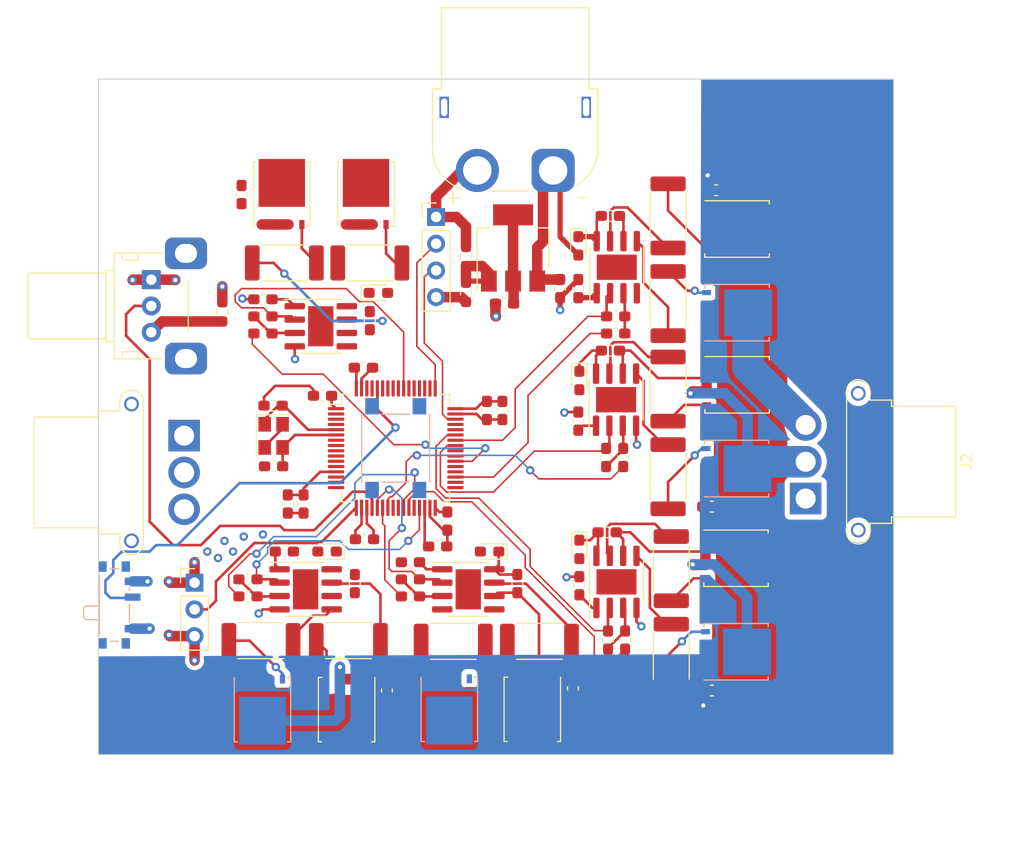
<source format=kicad_pcb>
(kicad_pcb (version 20221018) (generator pcbnew)
  (layers (0 "F.Cu" signal) (1 "In1.Cu" power) (2 "In2.Cu" power) (31 "B.Cu" signal) (34 "B.Paste" user) (35 "F.Paste" user) (36 "B.SilkS" user "B.Silkscreen") (37 "F.SilkS" user "F.Silkscreen") (38 "B.Mask" user) (39 "F.Mask" user) (44 "Edge.Cuts" user))
  (net 0 "")
  (net 1 "+3.3V")
  (net 2 "HSE_IN")
  (net 3 "GND")
  (net 4 "HSE_OUT")
  (net 5 "VCC")
  (net 6 "Net-(D1-K)")
  (net 7 "Net-(J2-Pin_1)")
  (net 8 "Net-(D2-K)")
  (net 9 "Net-(J2-Pin_2)")
  (net 10 "Net-(D3-K)")
  (net 11 "Net-(J2-Pin_3)")
  (net 12 "Net-(D4-K)")
  (net 13 "Net-(J3-Pin_1)")
  (net 14 "Net-(D5-K)")
  (net 15 "Net-(J3-Pin_2)")
  (net 16 "Net-(D6-K)")
  (net 17 "Net-(J3-Pin_3)")
  (net 18 "Net-(U1-VCAP1)")
  (net 19 "SWCLK")
  (net 20 "SWDIO")
  (net 21 "TIM9_CH2_input")
  (net 22 "Net-(JP1-A)")
  (net 23 "TIM1_CH1")
  (net 24 "Net-(JP2-A)")
  (net 25 "TIM1_CH2")
  (net 26 "Net-(JP3-A)")
  (net 27 "TIM1_CH3")
  (net 28 "TIM1_CH2N")
  (net 29 "TIM1_CH3N")
  (net 30 "TIM1_CH1N")
  (net 31 "Net-(JP7-A)")
  (net 32 "TIM2_CH1")
  (net 33 "TIM3_CH1")
  (net 34 "Net-(JP10-B)")
  (net 35 "TIM2_CH2")
  (net 36 "TIM3_CH2")
  (net 37 "Net-(JP11-A)")
  (net 38 "TIM2_CH3")
  (net 39 "TIM3_CH3")
  (net 40 "Net-(Q1-G)")
  (net 41 "Net-(Q2-G)")
  (net 42 "Net-(Q3-G)")
  (net 43 "Net-(Q4-G)")
  (net 44 "Net-(Q5-G)")
  (net 45 "Net-(Q6-G)")
  (net 46 "Net-(Q7-G)")
  (net 47 "Net-(Q8-G)")
  (net 48 "Net-(Q9-G)")
  (net 49 "Net-(Q10-G)")
  (net 50 "Net-(Q11-G)")
  (net 51 "Net-(Q12-G)")
  (net 52 "Net-(U5-LO)")
  (net 53 "Net-(U5-HO)")
  (net 54 "Net-(U2-ADJ)")
  (net 55 "Net-(U6-HO)")
  (net 56 "Net-(U6-LO)")
  (net 57 "Net-(U7-HO)")
  (net 58 "Net-(U7-LO)")
  (net 59 "Net-(R9-Pad2)")
  (net 60 "Net-(U8-HO)")
  (net 61 "Net-(U8-LO)")
  (net 62 "Net-(U9-HO)")
  (net 63 "Net-(U9-LO)")
  (net 64 "Net-(U10-HO)")
  (net 65 "Net-(U10-LO)")
  (net 66 "/ADC1_IN4")
  (net 67 "Net-(SW1-B)")
  (net 68 "Net-(SW2-B)")
  (footprint "Capacitor_SMD:C_0603_1608Metric_Pad1.08x0.95mm_HandSolder" (layer "F.Cu") (at 203.8096 89.2048 180)
    (fp_text reference "C16" hide)
    (fp_text value "22u")
  )
  (footprint "Resistor_SMD:R_2512_6332Metric_Pad1.40x3.35mm_HandSolder" (layer "F.Cu") (at 180.6606 121.2444 180)
    (fp_text reference "R15" hide)
    (fp_text value "200")
  )
  (footprint "Capacitor_SMD:C_0603_1608Metric_Pad1.08x0.95mm_HandSolder" (layer "F.Cu") (at 210.8228 100.3808 -90)
    (fp_text reference "C13" hide)
    (fp_text value "100n 50V")
  )
  (footprint "Capacitor_SMD:C_0603_1608Metric_Pad1.08x0.95mm_HandSolder" (layer "F.Cu") (at 213.8708 93.6752)
    (fp_text reference "C14" hide)
    (fp_text value "2u7 50V ")
  )
  (footprint "Diode_SMD:D_0603_1608Metric_Pad1.05x0.95mm_HandSolder" (layer "F.Cu") (at 191.8208 88.1888)
    (fp_text reference "D5" hide)
    (fp_text value "D")
  )
  (footprint "Crystal:Crystal_SMD_3225-4Pin_3.2x2.5mm" (layer "F.Cu") (at 181.864 101.7778 -90)
    (fp_text reference "Y1" hide)
    (fp_text value "16Mhz?")
  )
  (footprint "Capacitor_SMD:C_0603_1608Metric_Pad1.08x0.95mm_HandSolder" (layer "F.Cu") (at 194.8688 113.792)
    (fp_text reference "C24" hide)
    (fp_text value "100n 50V")
  )
  (footprint "Capacitor_SMD:C_0603_1608Metric_Pad1.08x0.95mm_HandSolder" (layer "F.Cu") (at 190.5 111.6076 180)
    (fp_text reference "C10" hide)
    (fp_text value "100n")
  )
  (footprint "Capacitor_SMD:C_0603_1608Metric_Pad1.08x0.95mm_HandSolder" (layer "F.Cu") (at 197.4596 112.2934)
    (fp_text reference "C33" hide)
    (fp_text value "4u7")
  )
  (footprint "Connector_AMASS:AMASS_XT60PW-F_1x02_P7.20mm_Horizontal" (layer "F.Cu") (at 208.4256 76.5508)
    (fp_text reference "J1" hide)
    (fp_text value "Conn_01x02_Socket")
  )
  (footprint "Connector_PinHeader_2.54mm:PinHeader_1x04_P2.54mm_Vertical" (layer "F.Cu") (at 197.3072 80.9752)
    (fp_text reference "J4" hide)
    (fp_text value "swd")
  )
  (footprint "Diode_SMD:D_0603_1608Metric_Pad1.05x0.95mm_HandSolder" (layer "F.Cu") (at 186.944 112.776 180)
    (fp_text reference "D6" hide)
    (fp_text value "D")
  )
  (footprint "Package_TO_SOT_SMD:TDSON-8-1" (layer "F.Cu") (at 225.9148 82.1182)
    (fp_text reference "Q1" hide)
    (fp_text value "BSC028N06LS3")
  )
  (footprint "Capacitor_SMD:C_0603_1608Metric_Pad1.08x0.95mm_HandSolder" (layer "F.Cu") (at 181.864 104.6734 180)
    (fp_text reference "C9" hide)
    (fp_text value "C")
  )
  (footprint "Package_SO:SOIC-8-1EP_3.9x4.9mm_P1.27mm_EP2.41x3.81mm" (layer "F.Cu") (at 214.4522 115.6574 90)
    (fp_text reference "U7" hide)
    (fp_text value "IRS2101")
  )
  (footprint "Capacitor_SMD:C_0603_1608Metric_Pad1.08x0.95mm_HandSolder" (layer "F.Cu") (at 223.9264 78.4352 180)
    (fp_text reference "C19" hide)
    (fp_text value "4u7")
  )
  (footprint "Package_TO_SOT_SMD:TDSON-8-1" (layer "F.Cu") (at 182.6396 78.7864 90)
    (fp_text reference "Q9" hide)
    (fp_text value "BSC028N06LS3")
  )
  (footprint "Capacitor_SMD:C_0603_1608Metric_Pad1.08x0.95mm_HandSolder" (layer "F.Cu") (at 191.008 90.8304 -90)
    (fp_text reference "C29" hide)
    (fp_text value "2u7 50V ")
  )
  (footprint "Capacitor_SMD:C_0603_1608Metric_Pad1.08x0.95mm_HandSolder" (layer "F.Cu") (at 223.52 108.5088 180)
    (fp_text reference "C15" hide)
    (fp_text value "4u7")
  )
  (footprint "Package_SO:SOIC-8-1EP_3.9x4.9mm_P1.27mm_EP2.41x3.81mm" (layer "F.Cu") (at 214.4144 98.3392 90)
    (fp_text reference "U5" hide)
    (fp_text value "IRS2101")
  )
  (footprint "Resistor_SMD:R_2512_6332Metric_Pad1.40x3.35mm_HandSolder" (layer "F.Cu") (at 219.3572 105.664 -90)
    (fp_text reference "R1" hide)
    (fp_text value "200")
  )
  (footprint "Diode_SMD:D_0603_1608Metric_Pad1.05x0.95mm_HandSolder" (layer "F.Cu") (at 210.9216 112.5728 -90)
    (fp_text reference "D3" hide)
    (fp_text value "D")
  )
  (footprint "Diode_SMD:D_0603_1608Metric_Pad1.05x0.95mm_HandSolder" (layer "F.Cu") (at 210.9216 96.52 -90)
    (fp_text reference "D1" hide)
    (fp_text value "D")
  )
  (footprint "Package_QFP:LQFP-64_10x10mm_P0.5mm" (layer "F.Cu") (at 193.4718 102.9462)
    (fp_text reference "U1" hide)
    (fp_text value "STM32F411RETx")
  )
  (footprint "Capacitor_SMD:C_0603_1608Metric_Pad1.08x0.95mm_HandSolder" (layer "F.Cu") (at 180.848 90.424)
    (fp_text reference "JP9" hide)
    (fp_text value "jump")
  )
  (footprint "Capacitor_SMD:C_0603_1608Metric_Pad1.08x0.95mm_HandSolder" (layer "F.Cu") (at 189.5856 115.824 -90)
    (fp_text reference "C32" hide)
    (fp_text value "2u7 50V ")
  )
  (footprint "Capacitor_SMD:C_0603_1608Metric_Pad1.08x0.95mm_HandSolder" (layer "F.Cu") (at 205.0288 115.824 -90)
    (fp_text reference "C26" hide)
    (fp_text value "2u7 50V ")
  )
  (footprint "Package_TO_SOT_SMD:TDSON-8-1" (layer "F.Cu") (at 190.645 78.7864 90)
    (fp_text reference "Q10" hide)
    (fp_text value "BSC028N06LS3")
  )
  (footprint "Capacitor_SMD:C_0603_1608Metric_Pad1.08x0.95mm_HandSolder" (layer "F.Cu") (at 181.8132 98.9076 180)
    (fp_text reference "C8" hide)
    (fp_text value "C")
  )
  (footprint "Capacitor_SMD:C_0603_1608Metric_Pad1.08x0.95mm_HandSolder" (layer "F.Cu") (at 190.3984 95.3008)
    (fp_text reference "C2" hide)
    (fp_text value "100n")
  )
  (footprint "Capacitor_SMD:C_0603_1608Metric_Pad1.08x0.95mm_HandSolder" (layer "F.Cu") (at 183.2102 108.2548 -90)
    (fp_text reference "C5" hide)
    (fp_text value "100n")
  )
  (footprint "Package_TO_SOT_SMD:TDSON-8-1" (layer "F.Cu") (at 206.4512 127.7724 -90)
    (fp_text reference "Q7" hide)
    (fp_text value "BSC028N06LS3")
  )
  (footprint "Capacitor_SMD:C_0603_1608Metric_Pad1.08x0.95mm_HandSolder" (layer "F.Cu") (at 213.5632 110.9472)
    (fp_text reference "C23" hide)
    (fp_text value "2u7 50V ")
  )
  (footprint "Capacitor_SMD:C_0603_1608Metric_Pad1.08x0.95mm_HandSolder" (layer "F.Cu") (at 202.1332 99.3648 -90)
    (fp_text reference "C3" hide)
    (fp_text value "100n")
  )
  (footprint "Capacitor_SMD:C_0603_1608Metric_Pad1.08x0.95mm_HandSolder" (layer "F.Cu") (at 210.312 125.7808 90)
    (fp_text reference "C25" hide)
    (fp_text value "4u7")
  )
  (footprint "Resistor_SMD:R_2512_6332Metric_Pad1.40x3.35mm_HandSolder" (layer "F.Cu") (at 188.9664 121.2444 180)
    (fp_text reference "R14" hide)
    (fp_text value "200")
  )
  (footprint "Resistor_SMD:R_0603_1608Metric_Pad0.98x0.95mm_HandSolder" (layer "F.Cu") (at 200.152 84.7344 90)
    (fp_text reference "R4" hide)
    (fp_text value "11k")
  )
  (footprint "Capacitor_SMD:C_0603_1608Metric_Pad1.08x0.95mm_HandSolder" (layer "F.Cu") (at 215.09 103.8352 90)
    (fp_text reference "JP6" hide)
    (fp_text value "jump")
  )
  (footprint "Connector_AMASS:AMASS_MR30PW-FB_1x03_P3.50mm_Horizontal" (layer "F.Cu") (at 232.435 107.7416 -90)
    (fp_text reference "J2")
    (fp_text value "Conn_01x03")
  )
  (footprint "Capacitor_SMD:C_0603_1608Metric_Pad1.08x0.95mm_HandSolder" (layer "F.Cu") (at 179.4256 115.4176)
    (fp_text reference "JP11" hide)
    (fp_text value "jump")
  )
  (footprint "Resistor_SMD:R_0603_1608Metric_Pad0.98x0.95mm_HandSolder" (layer "F.Cu") (at 176.9872 89.9926 -90)
    (fp_text reference "R9" hide)
    (fp_text value "Current limiter")
  )
  (footprint "Connector_AMASS:AMASS_MR30PW-FB_1x03_P3.50mm_Horizontal" (layer "F.Cu") (at 173.3554 101.7576 90)
    (fp_text reference "J3" hide)
    (fp_text value "Conn_01x03")
  )
  (footprint "Capacitor_SMD:C_0603_1608Metric_Pad1.08x0.95mm_HandSolder" (layer "F.Cu") (at 184.7088 108.2548 -90)
    (fp_text reference "C6" hide)
    (fp_text value "1u")
  )
  (footprint "Capacitor_SMD:C_0603_1608Metric_Pad1.08x0.95mm_HandSolder" (layer "F.Cu") (at 214.376 92.0496)
    (fp_text reference "JP4" hide)
    (fp_text value "jump")
  )
  (footprint "Resistor_SMD:R_2512_6332Metric_Pad1.40x3.35mm_HandSolder" (layer "F.Cu") (at 191.008 85.344)
    (fp_text reference "R13" hide)
    (fp_text value "200")
  )
  (footprint "Capacitor_SMD:C_0603_1608Metric_Pad1.08x0.95mm_HandSolder" (layer "F.Cu") (at 179.4256 117.0432)
    (fp_text reference "JP12" hide)
    (fp_text value "jump")
  )
  (footprint "Capacitor_SMD:C_0603_1608Metric_Pad1.08x0.95mm_HandSolder" (layer "F.Cu") (at 223.52 125.984 180)
    (fp_text reference "C22" hide)
    (fp_text value "4u7")
  )
  (footprint "Capacitor_SMD:C_0603_1608Metric_Pad1.08x0.95mm_HandSolder" (layer "F.Cu") (at 186.5122 97.9678 180)
    (fp_text reference "C1" hide)
    (fp_text value "100n")
  )
  (footprint "Package_TO_SOT_SMD:TDSON-8-1" (layer "F.Cu") (at 225.8104 113.411)
    (fp_text reference "Q5" hide)
    (fp_text value "BSC028N06LS3")
  )
  (footprint "Capacitor_SMD:C_0603_1608Metric_Pad1.08x0.95mm_HandSolder" (layer "F.Cu") (at 209.0928 87.7824 -90)
    (fp_text reference "C17" hide)
    (fp_text value "10u")
  )
  (footprint "Package_TO_SOT_SMD:TDSON-8-1" (layer "F.Cu") (at 188.8004 127.802 -90)
    (fp_text reference "Q11" hide)
    (fp_text value "BSC028N06LS3")
  )
  (footprint "Potentiometer_THT:Potentiometer_Alps_RK09K_Single_Horizontal" (layer "F.Cu") (at 170.2336 86.933)
    (fp_text reference "RV1" hide)
    (fp_text value "pot")
  )
  (footprint "Diode_SMD:D_0603_1608Metric_Pad1.05x0.95mm_HandSolder" (layer "F.Cu") (at 202.3872 112.776 180)
    (fp_text reference "D4" hide)
    (fp_text value "D")
  )
  (footprint "Resistor_SMD:R_2512_6332Metric_Pad1.40x3.35mm_HandSolder" (layer "F.Cu") (at 207.1258 121.3104 180)
    (fp_text reference "R10" hide)
    (fp_text value "200")
  )
  (footprint "Capacitor_SMD:C_0603_1608Metric_Pad1.08x0.95mm_HandSolder" (layer "F.Cu") (at 213.4644 103.8352 90)
    (fp_text reference "JP1" hide)
    (fp_text value "jump")
  )
  (footprint "Resistor_SMD:R_2512_6332Metric_Pad1.40x3.35mm_HandSolder" (layer "F.Cu") (at 182.88 85.344)
    (fp_text reference "R12" hide)
    (fp_text value "200")
  )
  (footprint "Capacitor_SMD:C_0603_1608Metric_Pad1.08x0.95mm_HandSolder" (layer "F.Cu") (at 180.848 92.0496)
    (fp_text reference "JP10" hide)
    (fp_text value "jump")
  )
  (footprint "Capacitor_SMD:C_0603_1608Metric_Pad1.08x0.95mm_HandSolder" (layer "F.Cu") (at 192.6336 125.984 90)
    (fp_text reference "C31" hide)
    (fp_text value "4u7")
  )
  (footprint "Capacitor_SMD:C_0603_1608Metric_Pad1.08x0.95mm_HandSolder" (layer "F.Cu") (at 213.8708 80.8736)
    (fp_text reference "C20" hide)
    (fp_text value "2u7 50V ")
  )
  (footprint "Capacitor_SMD:C_0603_1608Metric_Pad1.08x0.95mm_HandSolder" (layer "F.Cu") (at 180.848 88.7984)
    (fp_text reference "C27" hide)
    (fp_text value "100n 50V")
  )
  (footprint "Resistor_SMD:R_2512_6332Metric_Pad1.40x3.35mm_HandSolder" (layer "F.Cu") (at 219.3572 89.2048 -90)
    (fp_text reference "R6" hide)
    (fp_text value "200")
  )
  (footprint "Resistor_SMD:R_2512_6332Metric_Pad1.40x3.35mm_HandSolder" (layer "F.Cu") (at 219.3572 97.3328 -90)
    (fp_text reference "R2" hide)
    (fp_text value "200")
  )
  (footprint "Capacitor_SMD:C_0603_1608Metric_Pad1.08x0.95mm_HandSolder" (layer "F.Cu") (at 214.376 90.424 180)
    (fp_text reference "JP2" hide)
    (fp_text value "jump")
  )
  (footprint "Package_SO:SOIC-8-1EP_3.9x4.9mm_P1.27mm_EP2.41x3.81mm" (layer "F.Cu") (at 200.3648 116.3676)
    (fp_text reference "U8" hide)
    (fp_text value "IRS2101")
  )
  (footprint "Resistor_SMD:R_2512_6332Metric_Pad1.40x3.35mm_HandSolder" (layer "F.Cu") (at 219.6592 122.7328 -90)
    (fp_text reference "R8" hide)
    (fp_text value "200")
  )
  (footprint "Capacitor_SMD:C_0603_1608Metric_Pad1.08x0.95mm_HandSolder" (layer "F.Cu") (at 210.9216 116.0272 -90)
    (fp_text reference "C21" hide)
    (fp_text value "100n 50V")
  )
  (footprint "Resistor_SMD:R_2512_6332Metric_Pad1.40x3.35mm_HandSolder" (layer "F.Cu") (at 219.6592 114.4016 -90)
    (fp_text reference "R7" hide)
    (fp_text value "200")
  )
  (footprint "Capacitor_SMD:C_0603_1608Metric_Pad1.08x0.95mm_HandSolder" (layer "F.Cu") (at 178.816 78.8416 90)
    (fp_text reference "C28" hide)
    (fp_text value "4u7")
  )
  (footprint "Capacitor_SMD:C_0603_1608Metric_Pad1.08x0.95mm_HandSolder" (layer "F.Cu") (at 194.8688 117.0432)
    (fp_text reference "JP8" hide)
    (fp_text value "jump")
  )
  (footprint "Connector_PinHeader_2.54mm:PinHeader_1x03_P2.54mm_Vertical" (layer "F.Cu") (at 174.3456 115.7374)
    (fp_text reference "J5" hide)
    (fp_text value "input")
  )
  (footprint "Capacitor_SMD:C_0603_1608Metric_Pad1.08x0.95mm_HandSolder" (layer "F.Cu") (at 213.646 121.19 90)
    (fp_text reference "JP3" hide)
    (fp_text value "jump")
  )
  (footprint "Package_SO:SOIC-8-1EP_3.9x4.9mm_P1.27mm_EP2.41x3.81mm" (layer "F.Cu") (at 214.4804 85.7504 90)
    (fp_text reference "U6" hide)
    (fp_text value "IRS2101")
  )
  (footprint "Diode_SMD:D_0603_1608Metric_Pad1.05x0.95mm_HandSolder" (layer "F.Cu") (at 210.8228 83.7184 -90)
    (fp_text reference "D2" hide)
    (fp_text value "D")
  )
  (footprint "Resistor_SMD:R_0603_1608Metric_Pad0.98x0.95mm_HandSolder" (layer "F.Cu") (at 200.152 88.138 90)
    (fp_text reference "R3" hide)
    (fp_text value "10k")
  )
  (footprint "Resistor_SMD:R_2512_6332Metric_Pad1.40x3.35mm_HandSolder" (layer "F.Cu") (at 219.3572 80.8736 90)
    (fp_text reference "R5" hide)
    (fp_text value "200")
  )
  (footprint "Capacitor_SMD:C_0603_1608Metric_Pad1.08x0.95mm_HandSolder" (layer "F.Cu") (at 182.88 112.776 180)
    (fp_text reference "C30" hide)
    (fp_text value "100n 50V")
  )
  (footprint "Resistor_SMD:R_2512_6332Metric_Pad1.40x3.35mm_HandSolder" (layer "F.Cu") (at 198.9328 121.3104 180)
    (fp_text reference "R11" hide)
    (fp_text value "200")
  )
  (footprint "Capacitor_SMD:C_0603_1608Metric_Pad1.08x0.95mm_HandSolder" (layer "F.Cu") (at 210.8228 87.7824 -90)
    (fp_text reference "C18" hide)
    (fp_text value "100n 50V")
  )
  (footprint "Capacitor_SMD:C_0603_1608Metric_Pad1.08x0.95mm_HandSolder" (layer "F.Cu") (at 194.8688 115.4176)
    (fp_text reference "JP7" hide)
    (fp_text value "jump")
  )
  (footprint "Capacitor_SMD:C_0603_1608Metric_Pad1.08x0.95mm_HandSolder" (layer "F.Cu") (at 215.2716 121.19 90)
    (fp_text reference "JP5" hide)
    (fp_text value "jump")
  )
  (footprint "Capacitor_SMD:C_0603_1608Metric_Pad1.08x0.95mm_HandSolder" (layer "F.Cu") (at 203.6064 99.3648 -90)
    (fp_text reference "C7" hide)
    (fp_text value "4.7u")
  )
  (footprint "Package_SO:SOIC-8-1EP_3.9x4.9mm_P1.27mm_EP2.41x3.81mm" (layer "F.Cu") (at 184.9024 116.3676)
    (fp_text reference "U10" hide)
    (fp_text value "IRS2101")
  )
  (footprint "Package_TO_SOT_SMD:SOT-223-3_TabPin2" (layer "F.Cu") (at 204.6224 83.9216 90)
    (fp_text reference "U2" hide)
    (fp_text value "AMS1117")
  )
  (footprint "Package_SO:SOIC-8-1EP_3.9x4.9mm_P1.27mm_EP2.41x3.81mm" (layer "F.Cu") (at 186.344 91.3638)
    (fp_text reference "U9" hide)
    (fp_text value "IRS2101")
  )
  (footprint "Package_TO_SOT_SMD:TDSON-8-1" (layer "F.Cu") (at 225.918 96.9264)
    (fp_text reference "Q3" hide)
    (fp_text value "BSC028N06LS3")
  )
  (footprint "Capacitor_SMD:C_0603_1608Metric_Pad1.08x0.95mm_HandSolder" (layer "F.Cu") (at 198.374 109.8804 -90)
    (fp_text reference "C4" hide)
    (fp_text value "100n")
  )
  (footprint "Package_TO_SOT_SMD:TDSON-8-1" (layer "B.Cu") (at 225.9148 90.0684)
    (fp_text reference "Q2" hide)
    (fp_text value "BSC028N06LS3")
  )
  (footprint "Package_TO_SOT_SMD:TDSON-8-1" (layer "B.Cu") (at 180.8012 127.802 -90)
    (fp_text reference "Q12" hide)
    (fp_text value "BSC028N06LS3")
  )
  (footprint "Package_TO_SOT_SMD:TDSON-8-1" (layer "B.Cu") (at 198.5636 127.7724 -90)
    (fp_text reference "Q8" hide)
    (fp_text value "BSC028N06LS3")
  )
  (footprint "Button_Switch_SMD:SW_SPST_PTS645" (layer "B.Cu") (at 193.4718 102.9462 90)
    (fp_text reference "SW2" hide)
    (fp_text value "NRST")
  )
  (footprint "Package_TO_SOT_SMD:TDSON-8-1" (layer "B.Cu") (at 225.8104 122.301)
    (fp_text reference "Q6" hide)
    (fp_text value "BSC028N06LS3")
  )
  (footprint "Button_Switch_SMD:SW_SPDT_PCM12" (layer "B.Cu") (at 167.0304 117.856 90)
    (fp_text reference "SW1" hide)
    (fp_text value "Boot0")
  )
  (footprint "Package_TO_SOT_SMD:TDSON-8-1" (layer "B.Cu") (at 225.8596 104.8902)
    (fp_text reference "Q4" hide)
    (fp_text value "BSC028N06LS3")
  )
  (gr_rect (start 165.2016 67.8688) (end 240.792 132.08) (stroke (width 0.1)) (fill none) (layer "Edge.Cuts"))
  (segment (start 176.9872 89.0801) (end 176.9872 87.5792) (width 1) (layer "F.Cu") (net 1))
  (segment (start 202.1332 98.5023) (end 203.6064 98.5023) (width 0.25) (layer "F.Cu") (net 1))
  (segment (start 187.7968 105.1962) (end 186.2942 105.1962) (width 0.25) (layer "F.Cu") (net 1))
  (segment (start 184.7088 106.7816) (end 184.7088 107.3923) (width 0.25) (layer "F.Cu") (net 1))
  (segment (start 199.6967 88.5952) (end 200.152 89.0505) (width 1) (layer "F.Cu") (net 1))
  (segment (start 191.3625 110.7429) (end 190.7218 110.1022) (width 0.25) (layer "F.Cu") (net 1))
  (segment (start 190.7218 110.1022) (end 190.7218 108.6212) (width 0.25) (layer "F.Cu") (net 1))
  (segment (start 204.6224 87.0716) (end 204.6224 80.7716) (width 1) (layer "F.Cu") (net 1))
  (segment (start 191.3625 111.6076) (end 191.3625 110.7429) (width 0.25) (layer "F.Cu") (net 1))
  (segment (start 189.7218 95.4867) (end 189.5359 95.3008) (width 0.25) (layer "F.Cu") (net 1))
  (segment (start 172.0238 120.8174) (end 171.9072 120.7008) (width 1) (layer "F.Cu") (net 1))
  (segment (start 198.374 109.0179) (end 197.6185 109.0179) (width 0.25) (layer "F.Cu") (net 1))
  (segment (start 187.3747 98.7741) (end 187.7968 99.1962) (width 0.25) (layer "F.Cu") (net 1))
  (segment (start 197.6185 109.0179) (end 197.2218 108.6212) (width 0.25) (layer "F.Cu") (net 1))
  (segment (start 174.3456 120.8174) (end 172.0238 120.8174) (width 1) (layer "F.Cu") (net 1))
  (segment (start 189.7218 97.2712) (end 189.7218 95.4867) (width 0.25) (layer "F.Cu") (net 1))
  (segment (start 186.2942 105.1962) (end 184.7088 106.7816) (width 0.25) (layer "F.Cu") (net 1))
  (segment (start 174.3456 120.8174) (end 174.3456 123.1392) (width 1) (layer "F.Cu") (net 1))
  (segment (start 201.8019 98.5023) (end 201.108 99.1962) (width 0.25) (layer "F.Cu") (net 1))
  (segment (start 187.3747 97.9678) (end 187.3747 98.7741) (width 0.25) (layer "F.Cu") (net 1))
  (segment (start 204.6721 87.1213) (end 204.6224 87.0716) (width 1) (layer "F.Cu") (net 1))
  (segment (start 204.6721 89.2048) (end 204.6721 87.1213) (width 1) (layer "F.Cu") (net 1))
  (segment (start 189.738 97.255) (end 189.7218 97.2712) (width 0.25) (layer "F.Cu") (net 1))
  (segment (start 197.3072 88.5952) (end 199.6967 88.5952) (width 1) (layer "F.Cu") (net 1))
  (segment (start 201.108 99.1962) (end 199.1468 99.1962) (width 0.25) (layer "F.Cu") (net 1))
  (segment (start 183.2102 107.3923) (end 184.7088 107.3923) (width 0.25) (layer "F.Cu") (net 1))
  (segment (start 202.1332 98.5023) (end 201.8019 98.5023) (width 0.25) (layer "F.Cu") (net 1))
  (via (at 174.3456 123.1392) (size 0.8) (drill 0.4) (layers "F.Cu" "B.Cu") (net 1))
  (via (at 169.8752 115.6208) (size 0.8) (drill 0.4) (layers "F.Cu" "B.Cu") (net 1))
  (via (at 176.9872 87.5792) (size 0.8) (drill 0.4) (layers "F.Cu" "B.Cu") (net 1))
  (via (at 171.9072 120.7008) (size 0.8) (drill 0.4) (layers "F.Cu" "B.Cu") (net 1))
  (segment (start 169.8604 115.606) (end 169.8752 115.6208) (width 1) (layer "B.Cu") (net 1))
  (segment (start 168.4604 115.606) (end 169.8604 115.606) (width 1) (layer "B.Cu") (net 1))
  (segment (start 182.8546 98.9076) (end 185.1432 101.1962) (width 0.25) (layer "F.Cu") (net 2))
  (segment (start 181.014 100.6778) (end 181.014 100.177295) (width 0.25) (layer "F.Cu") (net 2))
  (segment (start 182.6757 98.9076) (end 182.8546 98.9076) (width 0.25) (layer "F.Cu") (net 2))
  (segment (start 181.014 100.177295) (end 182.283695 98.9076) (width 0.25) (layer "F.Cu") (net 2))
  (segment (start 182.283695 98.9076) (end 182.6757 98.9076) (width 0.25) (layer "F.Cu") (net 2))
  (segment (start 185.1432 101.1962) (end 187.7968 101.1962) (width 0.25) (layer "F.Cu") (net 2))
  (segment (start 199.2376 80.9752) (end 197.3072 80.9752) (width 1) (layer "F.Cu") (net 3))
  (segment (start 200.152 81.8896) (end 199.2376 80.9752) (width 1) (layer "F.Cu") (net 3))
  (segment (start 202.9471 89.2048) (end 202.9471 90.3743) (width 1) (layer "F.Cu") (net 3))
  (segment (start 199.1468 99.6962) (end 201.1414 99.6962) (width 0.25) (layer "F.Cu") (net 3))
  (segment (start 172.0238 115.7374) (end 171.9072 115.6208) (width 1) (layer "F.Cu") (net 3))
  (segment (start 209.0978 88.6449) (end 210.8228 86.9199) (width 0.5) (layer "F.Cu") (net 3))
  (segment (start 216.3194 102.5274) (end 216.408 102.616) (width 0.25) (layer "F.Cu") (net 3))
  (segment (start 170.2336 86.933) (end 172.4802 86.933) (width 1) (layer "F.Cu") (net 3))
  (segment (start 200.152 83.8219) (end 200.152 81.8896) (width 1) (layer "F.Cu") (net 3))
  (segment (start 174.3456 115.7374) (end 174.3456 113.792) (width 1) (layer "F.Cu") (net 3))
  (segment (start 180.8378 118.2726) (end 180.4416 118.6688) (width 0.25) (layer "F.Cu") (net 3))
  (segment (start 210.9216 115.1647) (end 209.7521 115.1647) (width 0.25) (layer "F.Cu") (net 3))
  (segment (start 168.4894 86.933) (end 168.4528 86.9696) (width 1) (layer "F.Cu") (net 3))
  (segment (start 188.74 81.6864) (end 190.01 81.6864) (width 1) (layer "F.Cu") (net 3))
  (segment (start 191.2609 95.3008) (end 190.2218 96.3399) (width 0.25) (layer "F.Cu") (net 3))
  (segment (start 181.014 102.8778) (end 181.014 102.7778) (width 0.25) (layer "F.Cu") (net 3))
  (segment (start 209.0928 88.6449) (end 209.0978 88.6449) (width 0.5) (layer "F.Cu") (net 3))
  (segment (start 181.014 102.8778) (end 181.014 102.6278) (width 0.25) (layer "F.Cu") (net 3))
  (segment (start 198.002815 110.7429) (end 198.374 110.7429) (width 0.25) (layer "F.Cu") (net 3))
  (segment (start 182.4274 118.2726) (end 180.8378 118.2726) (width 0.25) (layer "F.Cu") (net 3))
  (segment (start 191.28 81.6864) (end 190.01 81.6864) (width 1) (layer "F.Cu") (net 3))
  (segment (start 198.374 112.2415) (end 198.3221 112.2934) (width 0.25) (layer "F.Cu") (net 3))
  (segment (start 181.014 102.7778) (end 182.714 101.0778) (width 0.25) (layer "F.Cu") (net 3))
  (segment (start 197.3072 80.9752) (end 197.3072 79.0448) (width 1) (layer "F.Cu") (net 3))
  (segment (start 185.2676 97.028) (end 182.0164 97.028) (width 0.25) (layer "F.Cu") (net 3))
  (segment (start 179.9855 88.7984) (end 178.957088 88.7984) (width 0.25) (layer "F.Cu") (net 3))
  (segment (start 189.6375 110.7683) (end 190.2218 110.184) (width 0.25) (layer "F.Cu") (net 3))
  (segment (start 178.957088 88.7984) (end 178.886544 88.727856) (width 0.25) (layer "F.Cu") (net 3))
  (segment (start 216.3572 118.1324) (end 216.3572 119.4308) (width 0.25) (layer "F.Cu") (net 3))
  (segment (start 189.6375 111.6076) (end 189.6375 110.7683) (width 0.25) (layer "F.Cu") (net 3))
  (segment (start 216.3572 119.4308) (end 216.8144 119.888) (width 0.25) (layer "F.Cu") (net 3))
  (segment (start 222.6575 127.3567) (end 222.7072 127.4064) (width 1) (layer "F.Cu") (net 3))
  (segment (start 223.0639 78.4352) (end 223.0639 77.0625) (width 0.5) (layer "F.Cu") (net 3))
  (segment (start 183.869 93.2688) (end 183.869 94.461) (width 0.25) (layer "F.Cu") (net 3))
  (segment (start 202.1332 100.2273) (end 201.6749 100.2273) (width 0.25) (layer "F.Cu") (net 3))
  (segment (start 222.6575 125.984) (end 222.6575 127.3567) (width 1) (layer "F.Cu") (net 3))
  (segment (start 196.7218 109.461885) (end 198.002815 110.7429) (width 0.25) (layer "F.Cu") (net 3))
  (segment (start 209.7521 115.1647) (end 209.7024 115.2144) (width 0.25) (layer "F.Cu") (net 3))
  (segment (start 172.4802 86.933) (end 172.5168 86.9696) (width 1) (layer "F.Cu") (net 3))
  (segment (start 184.7088 109.1173) (end 183.2102 109.1173) (width 0.25) (layer "F.Cu") (net 3))
  (segment (start 170.2336 86.933) (end 168.4894 86.933) (width 1) (layer "F.Cu") (net 3))
  (segment (start 197.3072 79.0448) (end 199.8012 76.5508) (width 1) (layer "F.Cu") (net 3))
  (segment (start 216.3194 100.8142) (end 216.3194 102.5274) (width 0.25) (layer "F.Cu") (net 3))
  (segment (start 198.374 110.7429) (end 198.374 112.2415) (width 0.25) (layer "F.Cu") (net 3))
  (segment (start 190.2218 110.184) (end 190.2218 108.6212) (width 0.25) (layer "F.Cu") (net 3))
  (segment (start 202.9471 90.3743) (end 202.9968 90.424) (width 1) (layer "F.Cu") (net 3))
  (segment (start 209.5489 99.5183) (end 209.4992 99.568) (width 0.25) (layer "F.Cu") (net 3))
  (segment (start 190.2218 96.3399) (end 190.2218 97.2712) (width 0.25) (layer "F.Cu") (net 3))
  (segment (start 185.6497 97.9678) (end 185.6497 97.4101) (width 0.25) (layer "F.Cu") (net 3))
  (segment (start 202.1332 100.2273) (end 203.6064 100.2273) (width 0.25) (layer "F.Cu") (net 3))
  (segment (start 196.7218 108.6212) (end 196.7218 109.461885) (width 0.25) (layer "F.Cu") (net 3))
  (segment (start 199.8012 76.5508) (end 201.2256 76.5508) (width 1) (layer "F.Cu") (net 3))
  (segment (start 182.714 101.0778) (end 182.714 100.6778) (width 0.25) (layer "F.Cu") (net 3))
  (segment (start 210.8228 99.5183) (end 209.5489 99.5183) (width 0.25) (layer "F.Cu") (net 3))
  (segment (start 201.6749 100.2273) (end 201.1426 99.695) (width 0.25) (layer "F.Cu") (net 3))
  (segment (start 223.0639 77.0625) (end 223.1136 77.0128) (width 0.5) (layer "F.Cu") (net 3))
  (segment (start 185.6497 97.4101) (end 185.2676 97.028) (width 0.25) (layer "F.Cu") (net 3))
  (segment (start 174.3456 115.7374) (end 172.0238 115.7374) (width 1) (layer "F.Cu") (net 3))
  (segment (start 180.9507 98.0937) (end 180.9507 98.9076) (width 0.25) (layer "F.Cu") (net 3))
  (segment (start 201.1414 99.6962) (end 201.1426 99.695) (width 0.25) (layer "F.Cu") (net 3))
  (segment (start 209.0928 88.6449) (end 209.0928 89.8144) (width 0.5) (layer "F.Cu") (net 3))
  (segment (start 183.869 94.461) (end 183.896 94.488) (width 0.25) (layer "F.Cu") (net 3))
  (segment (start 182.0164 97.028) (end 180.9507 98.0937) (width 0.25) (layer "F.Cu") (net 3))
  (via (at 177.1904 111.76) (size 0.8) (drill 0.4) (layers "F.Cu" "B.Cu") (net 3))
  (via (at 216.8144 119.888) (size 0.8) (drill 0.4) (layers "F.Cu" "B.Cu") (net 3))
  (via (at 209.0928 89.8144) (size 0.8) (drill 0.4) (layers "F.Cu" "B.Cu") (net 3))
  (via (at 168.4528 86.9696) (size 0.8) (drill 0.4) (layers "F.Cu" "B.Cu") (net 3))
  (via (at 209.7024 115.2144) (size 0.8) (drill 0.4) (layers "F.Cu" "B.Cu") (net 3))
  (via (at 180.4416 118.6688) (size 0.8) (drill 0.4) (layers "F.Cu" "B.Cu") (net 3))
  (via (at 172.5168 86.9696) (size 0.8) (drill 0.4) (layers "F.Cu" "B.Cu") (net 3))
  (via (at 183.896 94.488) (size 0.8) (drill 0.4) (layers "F.Cu" "B.Cu") (net 3))
  (via (at 175.5648 112.776) (size 0.8) (drill 0.4) (layers "F.Cu" "B.Cu") (net 3))
  (via (at 178.886544 88.727856) (size 0.8) (drill 0.4) (layers "F.Cu" "B.Cu") (net 3))
  (via (at 174.3456 113.792) (size 0.8) (drill 0.4) (layers "F.Cu" "B.Cu") (net 3))
  (via (at 202.9968 90.424) (size 0.8) (drill 0.4) (layers "F.Cu" "B.Cu") (net 3))
  (via (at 222.7072 127.4064) (size 0.8) (drill 0.4) (layers "F.Cu" "B.Cu") (net 3))
  (via (at 223.1136 77.0128) (size 0.8) (drill 0.4) (layers "F.Cu" "B.Cu") (net 3))
  (via (at 216.408 102.616) (size 0.8) (drill 0.4) (layers "F.Cu" "B.Cu") (net 3))
  (via (at 209.4992 99.568) (size 0.8) (drill 0.4) (layers "F.Cu" "B.Cu") (net 3))
  (via (at 180.848 111.1504) (size 0.8) (drill 0.4) (layers "F.Cu" "B.Cu") (net 3))
  (via (at 178.0032 112.776) (size 0.8) (drill 0.4) (layers "F.Cu" "B.Cu") (net 3))
  (via (at 170.0784 120.0912) (size 0.8) (drill 0.4) (layers "F.Cu" "B.Cu") (net 3))
  (via (at 179.0192 111.3536) (size 0.8) (drill 0.4) (layers "F.Cu" "B.Cu") (net 3))
  (via (at 171.9072 115.6208) (size 0.8) (drill 0.4) (layers "F.Cu" "B.Cu") (net 3))
  (via (at 176.5808 113.3856) (size 0.8) (drill 0.4) (layers "F.Cu" "B.Cu") (net 3))
  (segment (start 223.0148 89.4334) (end 223.0148 91.9734) (width 1) (layer "B.Cu") (net 3))
  (segment (start 222.9596 104.2552) (end 222.9596 105.5252) (width 1) (layer "B.Cu") (net 3))
  (segment (start 178.8962 124.902) (end 180.1662 124.902) (width 1) (layer "B.Cu") (net 3))
  (segment (start 181.4362 124.902) (end 180.1662 124.902) (width 1) (layer "B.Cu") (net 3))
  (segment (start 199.1986 124.8724) (end 197.9286 124.8724) (width 1) (layer "B.Cu") (net 3))
  (segment (start 168.4604 120.106) (end 170.0636 120.106) (width 1) (layer "B.Cu") (net 3))
  (segment (start 222.9104 121.666) (end 222.9104 124.206) (width 1) (layer "B.Cu") (net 3))
  (segment (start 170.0636 120.106) (end 170.0784 120.0912) (width 1) (layer "B.Cu") (net 3))
  (segment (start 222.9596 106.7952) (end 222.9596 105.5252) (width 1) (layer "B.Cu") (net 3))
  (segment (start 196.6586 124.8724) (end 197.9286 124.8724) (width 1) (layer "B.Cu") (net 3))
  (segment (start 223.0148 90.7034) (end 223.0148 89.4334) (width 1) (layer "B.Cu") (net 3))
  (segment (start 182.7265 102.8903) (end 182.714 102.8778) (width 0.25) (layer "F.Cu") (net 4))
  (segment (start 182.6757 102.9161) (end 182.714 102.8778) (width 0.25) (layer "F.Cu") (net 4))
  (segment (start 182.7265 104.6734) (end 182.7265 102.8903) (width 0.25) (layer "F.Cu") (net 4))
  (segment (start 183.8956 101.6962) (end 187.7968 101.6962) (width 0.25) (layer "F.Cu") (net 4))
  (segment (start 182.714 102.8778) (end 183.8956 101.6962) (width 0.25) (layer "F.Cu") (net 4))
  (segment (start 207.1009 87.2501) (end 206.9224 87.0716) (width 1) (layer "F.Cu") (net 5))
  (segment (start 207.4672 83.312) (end 207.4672 77.5092) (width 1) (layer "F.Cu") (net 5))
  (segment (start 183.2086 88.7984) (end 183.869 89.4588) (width 0.25) (layer "F.Cu") (net 5))
  (segment (start 197.8898 114.4626) (end 196.4019 114.4626) (width 0.25) (layer "F.Cu") (net 5))
  (segment (start 209.0928 82.8634) (end 209.0928 77.218) (width 0.5) (layer "F.Cu") (net 5))
  (segment (start 190.8059 126.8465) (end 188.8004 128.852) (width 1) (layer "F.Cu") (net 5))
  (segment (start 210.8228 88.6449) (end 212.1559 88.6449) (width 0.5) (layer "F.Cu") (net 5))
  (segment (start 212.5472 118.1324) (end 212.1643 118.1324) (width 0.25) (layer "F.Cu") (net 5))
  (segment (start 212.1559 88.6449) (end 212.5754 88.2254) (width 0.5) (layer "F.Cu") (net 5))
  (segment (start 212.1643 118.1324) (end 210.9216 116.8897) (width 0.25) (layer "F.Cu") (net 5))
  (segment (start 211.2519 100.8142) (end 210.8228 101.2433) (width 0.25) (layer "F.Cu") (net 5))
  (segment (start 181.7105 88.7984) (end 183.2086 88.7984) (width 0.25) (layer "F.Cu") (net 5))
  (segment (start 196.4019 114.4626) (end 195.7313 113.792) (width 0.25) (layer "F.Cu") (net 5))
  (segment (start 209.0928 77.218) (end 208.4256 76.5508) (width 0.5) (layer "F.Cu") (net 5))
  (segment (start 212.5094 100.8142) (end 211.2519 100.8142) (width 0.25) (layer "F.Cu") (net 5))
  (segment (start 207.4672 77.5092) (end 208.4256 76.5508) (width 1) (layer "F.Cu") (net 5))
  (segment (start 206.9224 87.0716) (end 206.9224 83.8568) (width 1) (layer "F.Cu") (net 5))
  (segment (start 206.9224 83.8568) (end 207.4672 83.312) (width 1) (layer "F.Cu") (net 5))
  (segment (start 209.0928 86.9199) (end 207.0741 86.9199) (width 1) (layer "F.Cu") (net 5))
  (segment (start 207.0741 86.9199) (end 206.9224 87.0716) (width 1) (layer "F.Cu") (net 5))
  (segment (start 182.0175 112.776) (end 182.0175 114.0527) (width 0.25) (layer "F.Cu") (net 5))
  (segment (start 210.8228 84.5934) (end 209.0928 82.8634) (width 0.5) (layer "F.Cu") (net 5))
  (segment (start 182.0175 114.0527) (end 182.4274 114.4626) (width 0.25) (layer "F.Cu") (net 5))
  (segment (start 192.6336 126.8465) (end 190.8059 126.8465) (width 1) (layer "F.Cu") (net 5))
  (segment (start 212.5237 118.1089) (end 212.5472 118.1324) (width 0.25) (layer "F.Cu") (net 5))
  (segment (start 212.5094 94.1741) (end 213.0083 93.6752) (width 0.25) (layer "F.Cu") (net 6))
  (segment (start 212.5094 95.8642) (end 212.5094 94.1741) (width 0.25) (layer "F.Cu") (net 6))
  (segment (start 210.9216 95.645) (end 210.9216 94.8944) (width 0.25) (layer "F.Cu") (net 6))
  (segment (start 212.1408 93.6752) (end 213.0083 93.6752) (width 0.25) (layer "F.Cu") (net 6))
  (segment (start 210.9216 94.8944) (end 212.1408 93.6752) (width 0.25) (layer "F.Cu") (net 6))
  (segment (start 222.9104 114.046) (end 221.742 114.046) (width 1) (layer "F.Cu") (net 7))
  (segment (start 217.597551 112.776) (end 215.768751 110.9472) (width 0.25) (layer "F.Cu") (net 7))
  (segment (start 215.0872 111.6087) (end 215.0872 113.1824) (width 0.25) (layer "F.Cu") (net 7))
  (segment (start 222.9104 112.776) (end 217.597551 112.776) (width 0.25) (layer "F.Cu") (net 7))
  (segment (start 221.742 114.046) (end 221.6912 113.9952) (width 1) (layer "F.Cu") (net 7))
  (segment (start 214.4257 110.9472) (end 215.0872 111.6087) (width 0.25) (layer "F.Cu") (net 7))
  (segment (start 222.9104 111.506) (end 222.9104 114.046) (width 1) (layer "F.Cu") (net 7))
  (segment (start 215.768751 110.9472) (end 214.4257 110.9472) (width 0.25) (layer "F.Cu") (net 7))
  (via (at 221.6912 113.9952) (size 0.8) (drill 0.4) (layers "F.Cu" "B.Cu") (net 7))
  (segment (start 221.6912 113.9952) (end 223.7232 113.9952) (width 1) (layer "B.Cu") (net 7))
  (segment (start 223.7232 113.9952) (end 226.8604 117.1324) (width 1) (layer "B.Cu") (net 7))
  (segment (start 226.8604 117.1324) (end 226.8604 122.301) (width 1) (layer "B.Cu") (net 7))
  (segment (start 212.5754 81.3065) (end 213.0083 80.8736) (width 0.25) (layer "F.Cu") (net 8))
  (segment (start 210.8228 82.8434) (end 212.1434 82.8434) (width 0.5) (layer "F.Cu") (net 8))
  (segment (start 212.5754 83.2754) (end 212.5754 81.3065) (width 0.25) (layer "F.Cu") (net 8))
  (segment (start 212.1434 82.8434) (end 212.5754 83.2754) (width 0.5) (layer "F.Cu") (net 8))
  (segment (start 223.018 97.5614) (end 223.018 96.2914) (width 1) (layer "F.Cu") (net 9))
  (segment (start 223.018 97.5614) (end 221.6658 97.5614) (width 1) (layer "F.Cu") (net 9))
  (segment (start 215.777151 93.6752) (end 218.393351 96.2914) (width 0.25) (layer "F.Cu") (net 9))
  (segment (start 215.0494 95.8642) (end 215.0494 93.9913) (width 0.25) (layer "F.Cu") (net 9))
  (segment (start 215.0494 93.9913) (end 214.7333 93.6752) (width 0.25) (layer "F.Cu") (net 9))
  (segment (start 223.018 96.2914) (end 223.018 95.0214) (width 1) (layer "F.Cu") (net 9))
  (segment (start 221.6658 97.5614) (end 221.488 97.7392) (width 1) (layer "F.Cu") (net 9))
  (segment (start 218.393351 96.2914) (end 223.018 96.2914) (width 0.25) (layer "F.Cu") (net 9))
  (segment (start 214.7333 93.6752) (end 215.777151 93.6752) (width 0.25) (layer "F.Cu") (net 9))
  (via (at 221.488 97.7392) (size 0.8) (drill 0.4) (layers "F.Cu" "B.Cu") (net 9))
  (segment (start 221.488 97.7392) (end 224.7392 97.7392) (width 1) (layer "B.Cu") (net 9))
  (segment (start 226.9096 99.9096) (end 226.9096 104.8902) (width 1) (layer "B.Cu") (net 9))
  (segment (start 227.5582 104.2416) (end 232.435 104.2416) (width 3) (layer "B.Cu") (net 9))
  (segment (start 226.9096 104.8902) (end 227.5582 104.2416) (width 3) (layer "B.Cu") (net 9))
  (segment (start 224.7392 97.7392) (end 226.9096 99.9096) (width 1) (layer "B.Cu") (net 9))
  (segment (start 211.9501 111.6978) (end 212.7007 110.9472) (width 0.25) (layer "F.Cu") (net 10))
  (segment (start 212.7007 113.0289) (end 212.5472 113.1824) (width 0.25) (layer "F.Cu") (net 10))
  (segment (start 210.9216 111.6978) (end 211.9501 111.6978) (width 0.25) (layer "F.Cu") (net 10))
  (segment (start 212.7007 110.9472) (end 212.7007 113.0289) (width 0.25) (layer "F.Cu") (net 10))
  (segment (start 215.1154 83.2754) (end 215.1154 81.2557) (width 0.25) (layer "F.Cu") (net 11))
  (segment (start 215.1154 81.2557) (end 214.7333 80.8736) (width 0.25) (layer "F.Cu") (net 11))
  (segment (start 223.0148 82.7532) (end 223.0148 80.2132) (width 1) (layer "F.Cu") (net 11))
  (segment (start 226.9648 90.0684) (end 226.9648 95.2714) (width 3) (layer "B.Cu") (net 11))
  (segment (start 226.9648 95.2714) (end 232.435 100.7416) (width 3) (layer "B.Cu") (net 11))
  (segment (start 203.2622 112.776) (end 203.2622 114.0402) (width 0.25) (layer "F.Cu") (net 12))
  (segment (start 205.0288 114.9615) (end 203.3387 114.9615) (width 0.25) (layer "F.Cu") (net 12))
  (segment (start 203.2622 114.0402) (end 202.8398 114.4626) (width 0.25) (layer "F.Cu") (net 12))
  (segment (start 203.3387 114.9615) (end 202.8398 114.4626) (width 0.25) (layer "F.Cu") (net 12))
  (segment (start 183.2746 81.6864) (end 182.0046 81.6864) (width 1) (layer "F.Cu") (net 13))
  (segment (start 180.7346 81.6864) (end 182.0046 81.6864) (width 1) (layer "F.Cu") (net 13))
  (segment (start 188.1654 123.751) (end 188.1632 123.7488) (width 1) (layer "F.Cu") (net 15))
  (segment (start 189.4354 124.902) (end 188.1654 124.902) (width 1) (layer "F.Cu") (net 15))
  (segment (start 188.1654 124.902) (end 190.7054 124.902) (width 1) (layer "F.Cu") (net 15))
  (segment (start 188.1654 124.902) (end 188.1654 123.751) (width 1) (layer "F.Cu") (net 15))
  (segment (start 190.7054 124.902) (end 189.4354 124.902) (width 1) (layer "F.Cu") (net 15))
  (via (at 188.1632 123.7488) (size 0.8) (drill 0.4) (layers "F.Cu" "B.Cu") (net 15))
  (segment (start 188.1632 123.7488) (end 188.1632 128.4224) (width 1) (layer "B.Cu") (net 15))
  (segment (start 187.7336 128.852) (end 180.8012 128.852) (width 1) (layer "B.Cu") (net 15))
  (segment (start 188.1632 128.4224) (end 187.7336 128.852) (width 1) (layer "B.Cu") (net 15))
  (segment (start 207.0862 118.7439) (end 207.0862 124.8724) (width 0.25) (layer "F.Cu") (net 17))
  (segment (start 208.3562 124.8724) (end 207.0862 124.8724) (width 1) (layer "F.Cu") (net 17))
  (segment (start 203.1559 116.6865) (end 202.8398 117.0026) (width 0.25) (layer "F.Cu") (net 17))
  (segment (start 205.8162 124.8724) (end 207.0862 124.8724) (width 1) (layer "F.Cu") (net 17))
  (segment (start 205.0288 116.6865) (end 207.0862 118.7439) (width 0.25) (layer "F.Cu") (net 17))
  (segment (start 205.0288 116.6865) (end 203.1559 116.6865) (width 0.25) (layer "F.Cu") (net 17))
  (segment (start 196.5971 112.2934) (end 196.2218 111.9181) (width 0.25) (layer "F.Cu") (net 18))
  (segment (start 196.2218 111.9181) (end 196.2218 108.6212) (width 0.25) (layer "F.Cu") (net 18))
  (segment (start 197.3072 83.5152) (end 195.4784 85.344) (width 0.15) (layer "F.Cu") (net 19))
  (segment (start 195.4784 93.2688) (end 197.2218 95.0122) (width 0.15) (layer "F.Cu") (net 19))
  (segment (start 195.4784 85.344) (end 195.4784 93.2688) (width 0.15) (layer "F.Cu") (net 19))
  (segment (start 197.2218 95.0122) (end 197.2218 97.2712) (width 0.15) (layer "F.Cu") (net 19))
  (segment (start 196.1822 86.6722) (end 196.1822 92.9566) (width 0.15) (layer "F.Cu") (net 20))
  (segment (start 196.7992 86.0552) (end 196.1822 86.6722) (width 0.15) (layer "F.Cu") (net 20))
  (segment (start 196.1822 92.9566) (end 197.9168 94.6912) (width 0.15) (layer "F.Cu") (net 20))
  (segment (start 198.376825 100.1962) (end 199.1468 100.1962) (width 0.15) (layer "F.Cu") (net 20))
  (segment (start 197.9168 94.6912) (end 197.9168 99.736175) (width 0.15) (layer "F.Cu") (net 20))
  (segment (start 197.3072 86.0552) (end 196.7992 86.0552) (width 0.15) (layer "F.Cu") (net 20))
  (segment (start 197.9168 99.736175) (end 198.376825 100.1962) (width 0.15) (layer "F.Cu") (net 20))
  (segment (start 176.3776 115.6208) (end 176.3776 117.4496) (width 0.25) (layer "F.Cu") (net 21))
  (segment (start 180.0352 111.9632) (end 176.3776 115.6208) (width 0.25) (layer "F.Cu") (net 21))
  (segment (start 189.7218 108.6212) (end 189.6764 108.6212) (width 0.25) (layer "F.Cu") (net 21))
  (segment (start 176.3776 117.4496) (end 175.5498 118.2774) (width 0.25) (layer "F.Cu") (net 21))
  (segment (start 175.5498 118.2774) (end 174.3456 118.2774) (width 0.25) (layer "F.Cu") (net 21))
  (segment (start 186.3344 111.9632) (end 180.0352 111.9632) (width 0.25) (layer "F.Cu") (net 21))
  (segment (start 189.6764 108.6212) (end 186.3344 111.9632) (width 0.25) (layer "F.Cu") (net 21))
  (segment (start 215.09 102.9727) (end 215.09 103.0721) (width 0.25) (layer "F.Cu") (net 22))
  (segment (start 215.09 102.9727) (end 215.09 100.8548) (width 0.25) (layer "F.Cu") (net 22))
  (segment (start 215.09 100.8548) (end 215.0494 100.8142) (width 0.25) (layer "F.Cu") (net 22))
  (segment (start 215.09 103.0721) (end 213.4644 104.6977) (width 0.25) (layer "F.Cu") (net 22))
  (segment (start 206.6544 103.2256) (end 213.2115 103.2256) (width 0.15) (layer "F.Cu") (net 23))
  (segment (start 197.7136 103.359425) (end 197.7136 106.532975) (width 0.15) (layer "F.Cu") (net 23))
  (segment (start 199.1468 102.6962) (end 198.376825 102.6962) (width 0.15) (layer "F.Cu") (net 23))
  (segment (start 213.7794 100.8142) (end 213.7794 102.6577) (width 0.25) (layer "F.Cu") (net 23))
  (segment (start 198.301825 107.1212) (end 202.7588 107.1212) (width 0.15) (layer "F.Cu") (net 23))
  (segment (start 198.376825 102.6962) (end 197.7136 103.359425) (width 0.15) (layer "F.Cu") (net 23))
  (segment (start 213.7794 102.6577) (end 213.4644 102.9727) (width 0.25) (layer "F.Cu") (net 23))
  (segment (start 213.2115 103.2256) (end 213.4644 102.9727) (width 0.15) (layer "F.Cu") (net 23))
  (segment (start 202.7588 107.1212) (end 206.6544 103.2256) (width 0.15) (layer "F.Cu") (net 23))
  (segment (start 197.7136 106.532975) (end 198.301825 107.1212) (width 0.15) (layer "F.Cu") (net 23))
  (segment (start 215.2385 90.424) (end 215.2385 88.3485) (width 0.25) (layer "F.Cu") (net 24))
  (segment (start 215.2385 92.0496) (end 215.2385 90.424) (width 0.25) (layer "F.Cu") (net 24))
  (segment (start 215.2385 88.3485) (end 215.1154 88.2254) (width 0.25) (layer "F.Cu") (net 24))
  (segment (start 213.5135 90.424) (end 213.5135 88.5573) (width 0.25) (layer "F.Cu") (net 25))
  (segment (start 213.5135 88.5573) (end 213.8454 88.2254) (width 0.25) (layer "F.Cu") (net 25))
  (segment (start 199.1468 102.1962) (end 203.6198 102.1962) (width 0.15) (layer "F.Cu") (net 25))
  (segment (start 211.7344 90.424) (end 213.5135 90.424) (width 0.15) (layer "F.Cu") (net 25))
  (segment (start 204.8256 97.3328) (end 211.7344 90.424) (width 0.15) (layer "F.Cu") (net 25))
  (segment (start 203.6198 102.1962) (end 204.8256 100.9904) (width 0.15) (layer "F.Cu") (net 25))
  (segment (start 204.8256 100.9904) (end 204.8256 97.3328) (width 0.15) (layer "F.Cu") (net 25))
  (segment (start 215.2716 118.3168) (end 215.0872 118.1324) (width 0.25) (layer "F.Cu") (net 26))
  (segment (start 213.646 122.0525) (end 213.646 121.9531) (width 0.25) (layer "F.Cu") (net 26))
  (segment (start 213.646 121.9531) (end 215.2716 120.3275) (width 0.25) (layer "F.Cu") (net 26))
  (segment (start 215.2716 120.3275) (end 215.2716 118.3168) (width 0.25) (layer "F.Cu") (net 26))
  (segment (start 198.208574 107.696) (end 201.3712 107.696) (width 0.15) (layer "F.Cu") (net 27))
  (segment (start 206.248 112.5728) (end 206.248 114.1984) (width 0.15) (layer "F.Cu") (net 27))
  (segment (start 198.376825 101.6962) (end 197.3072 102.765825) (width 0.15) (layer "F.Cu") (net 27))
  (segment (start 197.3072 102.765825) (end 197.3072 106.794625) (width 0.15) (layer "F.Cu") (net 27))
  (segment (start 212.344 120.2944) (end 213.6129 120.2944) (width 0.15) (layer "F.Cu") (net 27))
  (segment (start 213.6129 120.2944) (end 213.646 120.3275) (width 0.15) (layer "F.Cu") (net 27))
  (segment (start 197.3072 106.794625) (end 198.208574 107.696) (width 0.15) (layer "F.Cu") (net 27))
  (segment (start 201.3712 107.696) (end 206.248 112.5728) (width 0.15) (layer "F.Cu") (net 27))
  (segment (start 213.646 120.3275) (end 213.646 118.3036) (width 0.25) (layer "F.Cu") (net 27))
  (segment (start 206.248 114.1984) (end 212.344 120.2944) (width 0.15) (layer "F.Cu") (net 27))
  (segment (start 199.1468 101.6962) (end 198.376825 101.6962) (width 0.15) (layer "F.Cu") (net 27))
  (segment (start 213.646 118.3036) (end 213.8172 118.1324) (width 0.25) (layer "F.Cu") (net 27))
  (segment (start 206.0448 97.9424) (end 211.9376 92.0496) (width 0.15) (layer "F.Cu") (net 28))
  (segment (start 202.7614 105.6962) (end 206.0448 102.4128) (width 0.15) (layer "F.Cu") (net 28))
  (segment (start 211.9376 92.0496) (end 213.5135 92.0496) (width 0.15) (layer "F.Cu") (net 28))
  (segment (start 199.1468 105.6962) (end 202.7614 105.6962) (width 0.15) (layer "F.Cu") (net 28))
  (segment (start 206.0448 102.4128) (end 206.0448 97.9424) (width 0.15) (layer "F.Cu") (net 28))
  (segment (start 198.0636 108.046) (end 197.104 107.0864) (width 0.15) (layer "F.Cu") (net 29))
  (segment (start 197.104 107.0864) (end 195.4784 107.0864) (width 0.15) (layer "F.Cu") (net 29))
  (segment (start 205.7788 114.295937) (end 205.7788 113.1196) (width 0.15) (layer "F.Cu") (net 29))
  (segment (start 214.1849 123.1392) (end 212.9536 123.1392) (width 0.15) (layer "F.Cu") (net 29))
  (segment (start 205.7788 113.1196) (end 200.7052 108.046) (width 0.15) (layer "F.Cu") (net 29))
  (segment (start 212.9536 123.1392) (end 212.344 122.5296) (width 0.15) (layer "F.Cu") (net 29))
  (segment (start 195.4784 107.0864) (end 194.7218 107.843) (width 0.15) (layer "F.Cu") (net 29))
  (segment (start 212.344 122.5296) (end 212.344 120.861137) (width 0.15) (layer "F.Cu") (net 29))
  (segment (start 200.7052 108.046) (end 198.0636 108.046) (width 0.15) (layer "F.Cu") (net 29))
  (segment (start 194.7218 107.843) (end 194.7218 108.6212) (width 0.15) (layer "F.Cu") (net 29))
  (segment (start 215.2716 122.0525) (end 214.1849 123.1392) (width 0.15) (layer "F.Cu") (net 29))
  (segment (start 212.344 120.861137) (end 205.7788 114.295937) (width 0.15) (layer "F.Cu") (net 29))
  (segment (start 194.4624 104.2416) (end 195.072 103.632) (width 0.15) (layer "F.Cu") (net 30))
  (segment (start 207.0608 105.8672) (end 213.9205 105.8672) (width 0.15) (layer "F.Cu") (net 30))
  (segment (start 192.9746 107.5582) (end 193.116395 107.5582) (width 0.15) (layer "F.Cu") (net 30))
  (segment (start 194.4624 106.212195) (end 194.4624 104.2416) (width 0.15) (layer "F.Cu") (net 30))
  (segment (start 192.7218 108.6212) (end 192.7218 107.811) (width 0.15) (layer "F.Cu") (net 30))
  (segment (start 193.116395 107.5582) (end 194.4624 106.212195) (width 0.15) (layer "F.Cu") (net 30))
  (segment (start 192.7218 107.811) (end 192.9746 107.5582) (width 0.15) (layer "F.Cu") (net 30))
  (segment (start 206.248 105.0544) (end 207.0608 105.8672) (width 0.15) (layer "F.Cu") (net 30))
  (segment (start 213.9205 105.8672) (end 215.09 104.6977) (width 0.15) (layer "F.Cu") (net 30))
  (segment (start 195.072 103.632) (end 195.4784 103.632) (width 0.15) (layer "F.Cu") (net 30))
  (via (at 195.4784 103.632) (size 0.8) (drill 0.4) (layers "F.Cu" "B.Cu") (net 30))
  (via (at 206.248 105.0544) (size 0.8) (drill 0.4) (layers "F.Cu" "B.Cu") (net 30))
  (segment (start 195.4784 103.632) (end 204.8256 103.632) (width 0.15) (layer "B.Cu") (net 30))
  (segment (start 204.8256 103.632) (end 206.248 105.0544) (width 0.15) (layer "B.Cu") (net 30))
  (segment (start 195.7313 117.0432) (end 196.2912 117.0432) (width 0.25) (layer "F.Cu") (net 31))
  (segment (start 194.0063 115.4176) (end 195.6319 117.0432) (width 0.25) (layer "F.Cu") (net 31))
  (segment (start 196.2912 117.0432) (end 197.8492 117.0432) (width 0.25) (layer "F.Cu") (net 31))
  (segment (start 195.6319 117.0432) (end 196.2912 117.0432) (width 0.25) (layer "F.Cu") (net 31))
  (segment (start 197.8492 117.0432) (end 197.8898 117.0026) (width 0.25) (layer "F.Cu") (net 31))
  (segment (start 192.689825 106.8832) (end 192.8368 106.8832) (width 0.15) (layer "F.Cu") (net 32))
  (segment (start 194.9813 114.6676) (end 195.7313 115.4176) (width 0.15) (layer "F.Cu") (net 32))
  (segment (start 191.7218 108.6212) (end 191.7218 107.851225) (width 0.15) (layer "F.Cu") (net 32))
  (segment (start 192.8368 114.4016) (end 193.1028 114.6676) (width 0.15) (layer "F.Cu") (net 32))
  (segment (start 194.056 110.5408) (end 192.8368 111.76) (width 0.15) (layer "F.Cu") (net 32))
  (segment (start 197.5748 115.4176) (end 197.8898 115.7326) (width 0.25) (layer "F.Cu") (net 32))
  (segment (start 192.8368 111.76) (end 192.8368 114.4016) (width 0.15) (layer "F.Cu") (net 32))
  (segment (start 193.1028 114.6676) (end 194.9813 114.6676) (width 0.15) (layer "F.Cu") (net 32))
  (segment (start 191.7218 107.851225) (end 192.689825 106.8832) (width 0.15) (layer "F.Cu") (net 32))
  (segment (start 195.7313 115.4176) (end 197.5748 115.4176) (width 0.25) (layer "F.Cu") (net 32))
  (via (at 192.8368 106.8832) (size 0.8) (drill 0.4) (layers "F.Cu" "B.Cu") (net 32))
  (via (at 194.056 110.5408) (size 0.8) (drill 0.4) (layers "F.Cu" "B.Cu") (net 32))
  (segment (start 193.8528 107.4928) (end 194.056 107.696) (width 0.15) (layer "B.Cu") (net 32))
  (segment (start 193.2432 106.8832) (end 193.8528 107.4928) (width 0.15) (layer "B.Cu") (net 32))
  (segment (start 194.056 107.696) (end 194.056 110.5408) (width 0.15) (layer "B.Cu") (net 32))
  (segment (start 192.8368 106.8832) (end 193.2432 106.8832) (width 0.15) (layer "B.Cu") (net 32))
  (segment (start 192.2218 108.6212) (end 192.2218 110.129) (width 0.15) (layer "F.Cu") (net 33))
  (segment (start 192.2218 110.129) (end 192.4304 110.3376) (width 0.15) (layer "F.Cu") (net 33))
  (segment (start 192.4304 110.3376) (end 192.4304 115.4673) (width 0.15) (layer "F.Cu") (net 33))
  (segment (start 192.4304 115.4673) (end 194.0063 117.0432) (width 0.15) (layer "F.Cu") (net 33))
  (segment (start 181.6111 92.0496) (end 179.9855 90.424) (width 0.25) (layer "F.Cu") (net 34))
  (segment (start 181.7613 91.9988) (end 181.7105 92.0496) (width 0.25) (layer "F.Cu") (net 34))
  (segment (start 183.869 91.9988) (end 181.7613 91.9988) (width 0.25) (layer "F.Cu") (net 34))
  (segment (start 181.7105 92.0496) (end 181.6111 92.0496) (width 0.25) (layer "F.Cu") (net 34))
  (segment (start 194.2218 97.2712) (end 194.2218 91.919416) (width 0.15) (layer "F.Cu") (net 35))
  (segment (start 188.7728 87.7824) (end 178.816 87.7824) (width 0.15) (layer "F.Cu") (net 35))
  (segment (start 181.7105 90.424) (end 183.5642 90.424) (width 0.25) (layer "F.Cu") (net 35))
  (segment (start 178.2064 88.392) (end 178.2064 89.0016) (width 0.15) (layer "F.Cu") (net 35))
  (segment (start 183.5642 90.424) (end 183.869 90.7288) (width 0.25) (layer "F.Cu") (net 35))
  (segment (start 180.8977 89.6112) (end 181.7105 90.424) (width 0.15) (layer "F.Cu") (net 35))
  (segment (start 189.992 89.0016) (end 188.7728 87.7824) (width 0.15) (layer "F.Cu") (net 35))
  (segment (start 194.2218 91.919416) (end 191.303984 89.0016) (width 0.15) (layer "F.Cu") (net 35))
  (segment (start 178.2064 89.0016) (end 178.816 89.6112) (width 0.15) (layer "F.Cu") (net 35))
  (segment (start 178.816 89.6112) (end 180.8977 89.6112) (width 0.15) (layer "F.Cu") (net 35))
  (segment (start 191.303984 89.0016) (end 189.992 89.0016) (width 0.15) (layer "F.Cu") (net 35))
  (segment (start 178.816 87.7824) (end 178.2064 88.392) (width 0.15) (layer "F.Cu") (net 35))
  (segment (start 179.832 92.2031) (end 179.832 93.0656) (width 0.15) (layer "F.Cu") (net 36))
  (segment (start 184.0992 95.9104) (end 186.579584 95.9104) (width 0.15) (layer "F.Cu") (net 36))
  (segment (start 182.6768 95.9104) (end 184.0992 95.9104) (width 0.15) (layer "F.Cu") (net 36))
  (segment (start 201.9808 102.9575) (end 200.7421 104.1962) (width 0.15) (layer "F.Cu") (net 36))
  (segment (start 186.579584 95.9104) (end 193.285184 102.616) (width 0.15) (layer "F.Cu") (net 36))
  (segment (start 193.285184 102.616) (end 196.2912 102.616) (width 0.15) (layer "F.Cu") (net 36))
  (segment (start 179.832 93.0656) (end 182.6768 95.9104) (width 0.15) (layer "F.Cu") (net 36))
  (segment (start 179.9855 92.0496) (end 179.832 92.2031) (width 0.15) (layer "F.Cu") (net 36))
  (segment (start 200.7421 104.1962) (end 199.1468 104.1962) (width 0.15) (layer "F.Cu") (net 36))
  (via (at 201.9808 102.9575) (size 0.8) (drill 0.4) (layers "F.Cu" "B.Cu") (net 36))
  (via (at 196.2912 102.616) (size 0.8) (drill 0.4) (layers "F.Cu" "B.Cu") (net 36))
  (segment (start 196.6327 102.9575) (end 201.9808 102.9575) (width 0.15) (layer "B.Cu") (net 36))
  (segment (start 196.2912 102.616) (end 196.6327 102.9575) (width 0.15) (layer "B.Cu") (net 36))
  (segment (start 180.2881 117.0432) (end 180.1887 117.0432) (width 0.25) (layer "F.Cu") (net 37))
  (segment (start 180.2881 117.0432) (end 182.3868 117.0432) (width 0.25) (layer "F.Cu") (net 37))
  (segment (start 180.1887 117.0432) (end 178.5631 115.4176) (width 0.25) (layer "F.Cu") (net 37))
  (segment (start 182.3868 117.0432) (end 182.4274 117.0026) (width 0.25) (layer "F.Cu") (net 37))
  (segment (start 180.2384 115.3679) (end 180.2881 115.4176) (width 0.15) (layer "F.Cu") (net 38))
  (segment (start 182.1124 115.4176) (end 182.4274 115.7326) (width 0.25) (layer "F.Cu") (net 38))
  (segment (start 195.7218 108.6212) (end 195.7218 110.7038) (width 0.15) (layer "F.Cu") (net 38))
  (segment (start 180.2881 115.4176) (end 182.1124 115.4176) (width 0.25) (layer "F.Cu") (net 38))
  (segment (start 180.2384 113.9952) (end 180.2384 115.3679) (width 0.15) (layer "F.Cu") (net 38))
  (segment (start 195.7218 110.7038) (end 194.6656 111.76) (width 0.15) (layer "F.Cu") (net 38))
  (segment (start 180.6031 115.7326) (end 180.2881 115.4176) (width 0.25) (layer "F.Cu") (net 38))
  (via (at 180.2384 113.9952) (size 0.8) (drill 0.4) (layers "F.Cu" "B.Cu") (net 38))
  (via (at 194.6656 111.76) (size 0.8) (drill 0.4) (layers "F.Cu" "B.Cu") (net 38))
  (segment (start 188.1632 111.76) (end 181.952574 111.76) (width 0.15) (layer "B.Cu") (net 38))
  (segment (start 181.298687 112.934913) (end 180.2384 113.9952) (width 0.15) (layer "B.Cu") (net 38))
  (segment (start 188.976 112.5728) (end 188.1632 111.76) (width 0.15) (layer "B.Cu") (net 38))
  (segment (start 193.8528 112.5728) (end 188.976 112.5728) (width 0.15) (layer "B.Cu") (net 38))
  (segment (start 181.952574 111.76) (end 181.298687 112.413887) (width 0.15) (layer "B.Cu") (net 38))
  (segment (start 194.6656 111.76) (end 193.8528 112.5728) (width 0.15) (layer "B.Cu") (net 38))
  (segment (start 181.298687 112.413887) (end 181.298687 112.934913) (width 0.15) (layer "B.Cu") (net 38))
  (segment (start 177.5968 116.0769) (end 178.5631 117.0432) (width 0.15) (layer "F.Cu") (net 39))
  (segment (start 180.2384 112.9792) (end 179.6288 112.9792) (width 0.15) (layer "F.Cu") (net 39))
  (segment (start 194.2218 107.848025) (end 194.2218 108.6212) (width 0.15) (layer "F.Cu") (net 39))
  (segment (start 177.5968 115.0112) (end 177.5968 116.0769) (width 0.15) (layer "F.Cu") (net 39))
  (segment (start 195.2752 106.794625) (end 194.2218 107.848025) (width 0.15) (layer "F.Cu") (net 39))
  (segment (start 195.2752 105.2576) (end 195.2752 106.794625) (width 0.15) (layer "F.Cu") (net 39))
  (segment (start 179.6288 112.9792) (end 177.5968 115.0112) (width 0.15) (layer "F.Cu") (net 39))
  (via (at 180.2384 112.9792) (size 0.8) (drill 0.4) (layers "F.Cu" "B.Cu") (net 39))
  (via (at 195.2752 105.2576) (size 0.8) (drill 0.4) (layers "F.Cu" "B.Cu") (net 39))
  (segment (start 185.928 111.3536) (end 189.5856 107.696) (width 0.15) (layer "B.Cu") (net 39))
  (segment (start 195.072 105.4608) (end 195.2752 105.2576) (width 0.15) (layer "B.Cu") (net 39))
  (segment (start 180.2384 112.9792) (end 181.864 111.3536) (width 0.15) (layer "B.Cu") (net 39))
  (segment (start 181.864 111.3536) (end 185.928 111.3536) (width 0.15) (layer "B.Cu") (net 39))
  (segment (start 189.5856 106.2736) (end 190.3984 105.4608) (width 0.15) (layer "B.Cu") (net 39))
  (segment (start 189.5856 107.696) (end 189.5856 106.2736) (width 0.15) (layer "B.Cu") (net 39))
  (segment (start 190.3984 105.4608) (end 195.072 105.4608) (width 0.15) (layer "B.Cu") (net 39))
  (segment (start 219.3572 80.3656) (end 219.3572 77.8236) (width 0.25) (layer "F.Cu") (net 40))
  (segment (start 223.0148 84.0232) (end 219.3572 80.3656) (width 0.25) (layer "F.Cu") (net 40))
  (segment (start 221.188 87.9856) (end 219.3572 86.1548) (width 0.25) (layer "F.Cu") (net 41))
  (segment (start 218.72345 86.1548) (end 219.3572 86.1548) (width 0.5) (layer "F.Cu") (net 41))
  (segment (start 221.8944 87.9856) (end 221.188 87.9856) (width 0.25) (layer "F.Cu") (net 41))
  (via (at 221.8944 87.9856) (size 0.8) (drill 0.4) (layers "F.Cu" "B.Cu") (net 41))
  (segment (start 223.0148 88.1634) (end 222.0722 88.1634) (width 0.25) (layer "B.Cu") (net 41))
  (segment (start 222.0722 88.1634) (end 221.8944 87.9856) (width 0.25) (layer "B.Cu") (net 41))
  (segment (start 219.3572 100.3828) (end 220.9086 98.8314) (width 0.25) (layer "F.Cu") (net 42))
  (segment (start 220.9086 98.8314) (end 223.018 98.8314) (width 0.25) (layer "F.Cu") (net 42))
  (segment (start 219.3572 106.1692) (end 219.3572 108.714) (width 0.25) (layer "F.Cu") (net 43))
  (segment (start 221.8944 103.632) (end 219.3572 106.1692) (width 0.25) (layer "F.Cu") (net 43))
  (via (at 221.8944 103.632) (size 0.8) (drill 0.4) (layers "F.Cu" "B.Cu") (net 43))
  (segment (start 222.5412 102.9852) (end 221.8944 103.632) (width 0.25) (layer "B.Cu") (net 43))
  (segment (start 222.9596 102.9852) (end 222.5412 102.9852) (width 0.25) (layer "B.Cu") (net 43))
  (segment (start 219.6592 117.4516) (end 221.7948 115.316) (width 0.25) (layer "F.Cu") (net 44))
  (segment (start 221.7948 115.316) (end 222.9104 115.316) (width 0.25) (layer "F.Cu") (net 44))
  (segment (start 219.456 122.5296) (end 219.456 125.5796) (width 0.25) (layer "F.Cu") (net 45))
  (segment (start 220.6752 121.3104) (end 219.456 122.5296) (width 0.25) (layer "F.Cu") (net 45))
  (segment (start 219.456 125.5796) (end 219.6592 125.7828) (width 0.25) (layer "F.Cu") (net 45))
  (via (at 220.6752 121.3104) (size 0.8) (drill 0.4) (layers "F.Cu" "B.Cu") (net 45))
  (segment (start 221.5896 120.396) (end 220.6752 121.3104) (width 0.25) (layer "B.Cu") (net 45))
  (segment (start 222.9104 120.396) (end 221.5896 120.396) (width 0.25) (layer "B.Cu") (net 45))
  (segment (start 184.5446 81.6864) (end 184.5446 83.9586) (width 0.25) (layer "F.Cu") (net 48))
  (segment (start 184.5446 83.9586) (end 185.93 85.344) (width 0.25) (layer "F.Cu") (net 48))
  (segment (start 192.55 84.4476) (end 192.55 81.6864) (width 0.25) (layer "F.Cu") (net 49))
  (segment (start 194.058 85.344) (end 193.4464 85.344) (width 0.25) (layer "F.Cu") (net 49))
  (segment (start 193.4464 85.344) (end 192.55 84.4476) (width 0.25) (layer "F.Cu") (net 49))
  (segment (start 186.8954 124.902) (end 186.8954 122.2234) (width 0.25) (layer "F.Cu") (net 50))
  (segment (start 186.8954 122.2234) (end 185.9164 121.2444) (width 0.25) (layer "F.Cu") (net 50))
  (segment (start 179.5628 121.2444) (end 177.6106 121.2444) (width 0.25) (layer "F.Cu") (net 51))
  (segment (start 182.0672 123.7488) (end 179.5628 121.2444) (width 0.25) (layer "F.Cu") (net 51))
  (via (at 182.0672 123.7488) (size 0.8) (drill 0.4) (layers "F.Cu" "B.Cu") (net 51))
  (segment (start 182.7062 124.902) (end 182.7062 124.3878) (width 0.25) (layer "B.Cu") (net 51))
  (segment (start 182.7062 124.3878) (end 182.0672 123.7488) (width 0.25) (layer "B.Cu") (net 51))
  (segment (start 219.3572 102.614) (end 218.900227 102.614) (width 0.25) (layer "F.Cu") (net 52))
  (segment (start 217.0176 100.731373) (end 217.0176 96.5624) (width 0.25) (layer "F.Cu") (net 52))
  (segment (start 217.0176 96.5624) (end 216.3194 95.8642) (width 0.25) (layer "F.Cu") (net 52))
  (segment (start 218.900227 102.614) (end 217.0176 100.731373) (width 0.25) (layer "F.Cu") (net 52))
  (segment (start 213.8708 93.204705) (end 213.8708 95.7728) (width 0.25) (layer "F.Cu") (net 53))
  (segment (start 213.8708 95.7728) (end 213.7794 95.8642) (width 0.25) (layer "F.Cu") (net 53))
  (segment (start 214.200305 92.8752) (end 213.8708 93.204705) (width 0.25) (layer "F.Cu") (net 53))
  (segment (start 219.3572 94.2828) (end 217.484695 94.2828) (width 0.25) (layer "F.Cu") (net 53))
  (segment (start 217.484695 94.2828) (end 216.077095 92.8752) (width 0.25) (layer "F.Cu") (net 53))
  (segment (start 216.077095 92.8752) (end 214.200305 92.8752) (width 0.25) (layer "F.Cu") (net 53))
  (segment (start 202.3224 87.0716) (end 200.3059 87.0716) (width 0.5) (layer "F.Cu") (net 54))
  (segment (start 200.3059 87.0716) (end 200.152 87.2255) (width 0.5) (layer "F.Cu") (net 54))
  (segment (start 202.1685 87.2255) (end 202.3224 87.0716) (width 0.5) (layer "F.Cu") (net 54))
  (segment (start 202.3224 86.2952) (end 202.3224 87.0716) (width 1) (layer "F.Cu") (net 54))
  (segment (start 200.152 85.6469) (end 200.152 87.2255) (width 1) (layer "F.Cu") (net 54))
  (segment (start 201.6741 85.6469) (end 202.3224 86.2952) (width 1) (layer "F.Cu") (net 54))
  (segment (start 200.152 85.6469) (end 201.6741 85.6469) (width 1) (layer "F.Cu") (net 54))
  (segment (start 214.200305 80.0736) (end 213.8708 80.403105) (width 0.25) (layer "F.Cu") (net 55))
  (segment (start 213.8708 80.403105) (end 213.8708 83.25) (width 0.25) (layer "F.Cu") (net 55))
  (segment (start 219.3572 83.9236) (end 215.5072 80.0736) (width 0.25) (layer "F.Cu") (net 55))
  (segment (start 213.8708 83.25) (end 213.8454 83.2754) (width 0.25) (layer "F.Cu") (net 55))
  (segment (start 215.5072 80.0736) (end 214.200305 80.0736) (width 0.25) (layer "F.Cu") (net 55))
  (segment (start 217.0104 87.203649) (end 217.0104 83.9004) (width 0.25) (layer "F.Cu") (net 56))
  (segment (start 219.3572 89.550449) (end 217.0104 87.203649) (width 0.25) (layer "F.Cu") (net 56))
  (segment (start 219.3572 92.2548) (end 219.3572 89.550449) (width 0.25) (layer "F.Cu") (net 56))
  (segment (start 217.0104 83.9004) (end 216.3854 83.2754) (width 0.25) (layer "F.Cu") (net 56))
  (segment (start 213.5632 110.476705) (end 213.5632 112.9284) (width 0.25) (layer "F.Cu") (net 57))
  (segment (start 219.306627 111.3516) (end 218.102227 110.1472) (width 0.25) (layer "F.Cu") (net 57))
  (segment (start 219.6592 111.3516) (end 219.306627 111.3516) (width 0.25) (layer "F.Cu") (net 57))
  (segment (start 218.102227 110.1472) (end 213.892705 110.1472) (width 0.25) (layer "F.Cu") (net 57))
  (segment (start 218.5944 110.9452) (end 219.6592 110.9452) (width 0.25) (layer "F.Cu") (net 57))
  (segment (start 213.892705 110.1472) (end 213.5632 110.476705) (width 0.25) (layer "F.Cu") (net 57))
  (segment (start 213.5632 112.9284) (end 213.8172 113.1824) (width 0.25) (layer "F.Cu") (net 57))
  (segment (start 217.6272 118.107773) (end 217.6272 114.4524) (width 0.25) (layer "F.Cu") (net 58))
  (segment (start 219.6592 119.6828) (end 219.202227 119.6828) (width 0.25) (layer "F.Cu") (net 58))
  (segment (start 217.6272 114.4524) (end 216.3572 113.1824) (width 0.25) (layer "F.Cu") (net 58))
  (segment (start 219.202227 119.6828) (end 217.6272 118.107773) (width 0.25) (layer "F.Cu") (net 58))
  (segment (start 176.9872 90.9051) (end 171.2615 90.9051) (width 1) (layer "F.Cu") (net 59))
  (segment (start 171.2615 90.9051) (end 170.2336 91.933) (width 1) (layer "F.Cu") (net 59))
  (segment (start 202.9312 115.824) (end 205.8416 115.824) (width 0.25) (layer "F.Cu") (net 60))
  (segment (start 202.8398 115.7326) (end 202.9312 115.824) (width 0.25) (layer "F.Cu") (net 60))
  (segment (start 205.8416 115.824) (end 210.1758 120.1582) (width 0.25) (layer "F.Cu") (net 60))
  (segment (start 210.1758 120.1582) (end 210.1758 121.3104) (width 0.25) (layer "F.Cu") (net 60))
  (segment (start 181.864 85.344) (end 182.88 86.36) (width 0.25) (layer "F.Cu") (net 62))
  (segment (start 188.9206 90.8304) (end 188.819 90.7288) (width 0.25) (layer "F.Cu") (net 62))
  (segment (start 192.178896 90.8304) (end 188.9206 90.8304) (width 0.25) (layer "F.Cu") (net 62))
  (segment (start 192.203048 90.854552) (end 192.178896 90.8304) (width 0.25) (layer "F.Cu") (net 62))
  (segment (start 179.83 85.344) (end 181.864 85.344) (width 0.25) (layer "F.Cu") (net 62))
  (via (at 192.203048 90.854552) (size 0.8) (drill 0.4) (layers "F.Cu" "B.Cu") (net 62))
  (via (at 182.88 86.36) (size 0.8) (drill 0.4) (layers "F.Cu" "B.Cu") (net 62))
  (segment (start 182.88 86.36) (end 187.374552 90.854552) (width 0.25) (layer "B.Cu") (net 62))
  (segment (start 187.374552 90.854552) (end 192.203048 90.854552) (width 0.25) (layer "B.Cu") (net 62))
  (segment (start 187.4688 115.824) (end 187.3774 115.7326) (width 0.25) (layer "F.Cu") (net 64))
  (segment (start 191.008 115.824) (end 187.4688 115.824) (width 0.25) (layer "F.Cu") (net 64))
  (segment (start 192.0164 121.2444) (end 192.0164 116.8324) (width 0.25) (layer "F.Cu") (net 64))
  (segment (start 192.0164 116.8324) (end 191.008 115.824) (width 0.25) (layer "F.Cu") (net 64))
  (segment (start 186.778 118.872) (end 187.3774 118.2726) (width 0.25) (layer "F.Cu") (net 65))
  (segment (start 185.600627 118.872) (end 186.778 118.872) (width 0.25) (layer "F.Cu") (net 65))
  (segment (start 183.7106 120.762027) (end 185.600627 118.872) (width 0.25) (layer "F.Cu") (net 65))
  (segment (start 183.7106 121.2444) (end 183.7106 120.762027) (width 0.25) (layer "F.Cu") (net 65))
  (segment (start 170.2336 89.433) (end 168.681 89.433) (width 0.25) (layer "F.Cu") (net 66))
  (segment (start 190.527685 107.0864) (end 191.2218 107.780515) (width 0.25) (layer "F.Cu") (net 66))
  (segment (start 170.0784 94.49808) (end 170.0784 109.9312) (width 0.25) (layer "F.Cu") (net 66))
  (segment (start 168.656 89.408) (end 167.8432 90.2208) (width 0.25) (layer "F.Cu") (net 66))
  (segment (start 174.9552 112.1664) (end 176.784 110.3376) (width 0.25) (layer "F.Cu") (net 66))
  (segment (start 167.8432 90.2208) (end 167.8432 92.26288) (width 0.25) (layer "F.Cu") (net 66))
  (segment (start 189.3824 107.0864) (end 190.527685 107.0864) (width 0.25) (layer "F.Cu") (net 66))
  (segment (start 185.7248 110.744) (end 189.3824 107.0864) (width 0.25) (layer "F.Cu") (net 66))
  (segment (start 167.8432 92.26288) (end 170.0784 94.49808) (width 0.25) (layer "F.Cu") (net 66))
  (segment (start 182.88 110.744) (end 185.7248 110.744) (width 0.25) (layer "F.Cu") (net 66))
  (segment (start 168.681 89.433) (end 168.656 89.408) (width 0.25) (layer "F.Cu") (net 66))
  (segment (start 182.4736 110.3376) (end 182.88 110.744) (width 0.25) (layer "F.Cu") (net 66))
  (segment (start 172.3136 112.1664) (end 174.9552 112.1664) (width 0.25) (layer "F.Cu") (net 66))
  (segment (start 170.0784 109.9312) (end 172.3136 112.1664) (width 0.25) (layer "F.Cu") (net 66))
  (segment (start 176.784 110.3376) (end 182.4736 110.3376) (width 0.25) (layer "F.Cu") (net 66))
  (segment (start 191.2218 107.780515) (end 191.2218 108.6212) (width 0.25) (layer "F.Cu") (net 66))
  (segment (start 193.4464 100.9904) (end 191.7218 99.2658) (width 0.25) (layer "F.Cu") (net 67))
  (segment (start 191.7218 99.2658) (end 191.7218 97.2712) (width 0.25) (layer "F.Cu") (net 67))
  (via (at 193.4464 100.9904) (size 0.8) (drill 0.4) (layers "F.Cu" "B.Cu") (net 67))
  (segment (start 178.6128 106.2736) (end 179.0192 106.2736) (width 0.25) (layer "B.Cu") (net 67))
  (segment (start 166.624 113.5888) (end 167.4302 112.7826) (width 0.25) (layer "B.Cu") (net 67))
  (segment (start 165.8754 116.697726) (end 165.8754 115.5566) (width 0.25) (layer "B.Cu") (net 67))
  (segment (start 172.72 112.1664) (end 178.6128 106.2736) (width 0.25) (layer "B.Cu") (net 67))
  (segment (start 165.8754 115.5566) (end 166.4208 115.0112) (width 0.25) (layer "B.Cu") (net 67))
  (segment (start 168.4604 117.106) (end 168.3854 117.181) (width 0.25) (layer "B.Cu") (net 67))
  (segment (start 168.3854 117.181) (end 166.358674 117.181) (width 0.25) (layer "B.Cu") (net 67))
  (segment (start 166.624 114.808) (end 166.624 113.5888) (width 0.25) (layer "B.Cu") (net 67))
  (segment (start 167.4302 112.7826) (end 170.0718 112.7826) (width 0.25) (layer "B.Cu") (net 67))
  (segment (start 170.688 112.1664) (end 172.72 112.1664) (width 0.25) (layer "B.Cu") (net 67))
  (segment (start 188.1632 106.2736) (end 193.4464 100.9904) (width 0.25) (layer "B.Cu") (net 67))
  (segment (start 166.358674 117.181) (end 165.914437 116.736763) (width 0.25) (layer "B.Cu") (net 67))
  (segment (start 166.4208 115.0112) (end 166.624 114.808) (width 0.25) (layer "B.Cu") (net 67))
  (segment (start 165.914437 116.736763) (end 165.8754 116.697726) (width 0.25) (layer "B.Cu") (net 67))
  (segment (start 170.0718 112.7826) (end 170.688 112.1664) (width 0.25) (layer "B.Cu") (net 67))
  (segment (start 179.0192 106.2736) (end 188.1632 106.2736) (width 0.25) (layer "B.Cu") (net 67))
  (zone (net 5) (net_name "VCC") (layer "F.Cu") (connect_pads thru_hole_only (clearance 0.5)) (min_thickness 0.25) (fill yes (thermal_gap 0.5) (thermal_bridge_width 0.5))
    (polygon (pts (xy 230.747354 67.8688) (xy 230.632 132.4864) (xy 223.432154 132.4864) (xy 224.041754 67.8688)))
  )
  (zone (net 5) (net_name "VCC") (layer "F.Cu") (priority 1) (connect_pads (clearance 0.5)) (min_thickness 0.25) (fill yes (thermal_gap 0.5) (thermal_bridge_width 0.5))
    (polygon (pts (xy 242.4176 112.3696) (xy 242.4176 132.4864) (xy 230.2256 132.4864) (xy 230.2256 112.3696) (xy 230.8352 112.3696)))
  )
  (zone (net 5) (net_name "VCC") (layer "F.Cu") (priority 4) (connect_pads yes (clearance 1)) (min_thickness 0.25) (fill yes (thermal_gap 0.5) (thermal_bridge_width 0.5))
    (polygon (pts (xy 165.2016 125.7808) (xy 223.52 125.5776) (xy 223.52 132.8928) (xy 165.2016 133.7056)))
  )
  (zone (net 5) (net_name "VCC") (layer "F.Cu") (priority 1) (connect_pads (clearance 0.5)) (min_thickness 0.25) (fill yes (thermal_gap 0.5) (thermal_bridge_width 0.5))
    (polygon (pts (xy 242.4176 66.6496) (xy 242.6208 96.1136) (xy 230.4288 96.1136) (xy 230.4288 77.0128) (xy 230.632 66.6496)))
  )
  (zone (net 3) (net_name "GND") (layer "B.Cu") (priority 2) (connect_pads yes (clearance 0.5)) (min_thickness 0.25) (fill yes (thermal_gap 0.5) (thermal_bridge_width 0.5))
    (polygon (pts (xy 242.2144 67.8688) (xy 242.2144 132.6896) (xy 222.3008 132.6896) (xy 222.504 67.8688)))
  )
  (zone (net 3) (net_name "GND") (layer "B.Cu") (priority 4) (connect_pads yes (clearance 0.5)) (min_thickness 0.25) (fill yes (thermal_gap 0.5) (thermal_bridge_width 0.5))
    (polygon (pts (xy 165.2016 122.7328) (xy 223.7232 122.5296) (xy 223.7232 133.2992) (xy 165.2016 133.2992)))
  )
)
</source>
